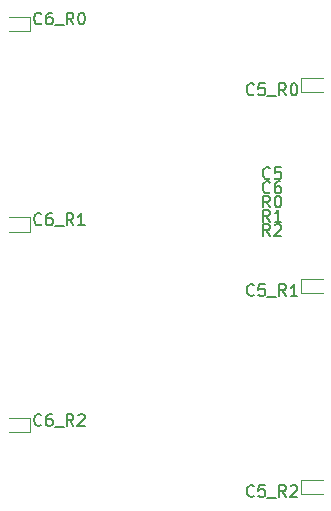
<source format=gbr>
%TF.GenerationSoftware,KiCad,Pcbnew,7.0.6-0*%
%TF.CreationDate,2023-08-01T13:24:21+08:00*%
%TF.ProjectId,thumb,7468756d-622e-46b6-9963-61645f706362,v1.0.0*%
%TF.SameCoordinates,Original*%
%TF.FileFunction,Legend,Bot*%
%TF.FilePolarity,Positive*%
%FSLAX46Y46*%
G04 Gerber Fmt 4.6, Leading zero omitted, Abs format (unit mm)*
G04 Created by KiCad (PCBNEW 7.0.6-0) date 2023-08-01 13:24:21*
%MOMM*%
%LPD*%
G01*
G04 APERTURE LIST*
%ADD10C,0.150000*%
%ADD11C,0.120000*%
G04 APERTURE END LIST*
D10*
X17833333Y18645180D02*
X17500000Y19121371D01*
X17261905Y18645180D02*
X17261905Y19645180D01*
X17261905Y19645180D02*
X17642857Y19645180D01*
X17642857Y19645180D02*
X17738095Y19597561D01*
X17738095Y19597561D02*
X17785714Y19549942D01*
X17785714Y19549942D02*
X17833333Y19454704D01*
X17833333Y19454704D02*
X17833333Y19311847D01*
X17833333Y19311847D02*
X17785714Y19216609D01*
X17785714Y19216609D02*
X17738095Y19168990D01*
X17738095Y19168990D02*
X17642857Y19121371D01*
X17642857Y19121371D02*
X17261905Y19121371D01*
X18214286Y19549942D02*
X18261905Y19597561D01*
X18261905Y19597561D02*
X18357143Y19645180D01*
X18357143Y19645180D02*
X18595238Y19645180D01*
X18595238Y19645180D02*
X18690476Y19597561D01*
X18690476Y19597561D02*
X18738095Y19549942D01*
X18738095Y19549942D02*
X18785714Y19454704D01*
X18785714Y19454704D02*
X18785714Y19359466D01*
X18785714Y19359466D02*
X18738095Y19216609D01*
X18738095Y19216609D02*
X18166667Y18645180D01*
X18166667Y18645180D02*
X18785714Y18645180D01*
X17833333Y19845180D02*
X17500000Y20321371D01*
X17261905Y19845180D02*
X17261905Y20845180D01*
X17261905Y20845180D02*
X17642857Y20845180D01*
X17642857Y20845180D02*
X17738095Y20797561D01*
X17738095Y20797561D02*
X17785714Y20749942D01*
X17785714Y20749942D02*
X17833333Y20654704D01*
X17833333Y20654704D02*
X17833333Y20511847D01*
X17833333Y20511847D02*
X17785714Y20416609D01*
X17785714Y20416609D02*
X17738095Y20368990D01*
X17738095Y20368990D02*
X17642857Y20321371D01*
X17642857Y20321371D02*
X17261905Y20321371D01*
X18785714Y19845180D02*
X18214286Y19845180D01*
X18500000Y19845180D02*
X18500000Y20845180D01*
X18500000Y20845180D02*
X18404762Y20702323D01*
X18404762Y20702323D02*
X18309524Y20607085D01*
X18309524Y20607085D02*
X18214286Y20559466D01*
X17833333Y21045180D02*
X17500000Y21521371D01*
X17261905Y21045180D02*
X17261905Y22045180D01*
X17261905Y22045180D02*
X17642857Y22045180D01*
X17642857Y22045180D02*
X17738095Y21997561D01*
X17738095Y21997561D02*
X17785714Y21949942D01*
X17785714Y21949942D02*
X17833333Y21854704D01*
X17833333Y21854704D02*
X17833333Y21711847D01*
X17833333Y21711847D02*
X17785714Y21616609D01*
X17785714Y21616609D02*
X17738095Y21568990D01*
X17738095Y21568990D02*
X17642857Y21521371D01*
X17642857Y21521371D02*
X17261905Y21521371D01*
X18452381Y22045180D02*
X18547619Y22045180D01*
X18547619Y22045180D02*
X18642857Y21997561D01*
X18642857Y21997561D02*
X18690476Y21949942D01*
X18690476Y21949942D02*
X18738095Y21854704D01*
X18738095Y21854704D02*
X18785714Y21664228D01*
X18785714Y21664228D02*
X18785714Y21426133D01*
X18785714Y21426133D02*
X18738095Y21235657D01*
X18738095Y21235657D02*
X18690476Y21140419D01*
X18690476Y21140419D02*
X18642857Y21092800D01*
X18642857Y21092800D02*
X18547619Y21045180D01*
X18547619Y21045180D02*
X18452381Y21045180D01*
X18452381Y21045180D02*
X18357143Y21092800D01*
X18357143Y21092800D02*
X18309524Y21140419D01*
X18309524Y21140419D02*
X18261905Y21235657D01*
X18261905Y21235657D02*
X18214286Y21426133D01*
X18214286Y21426133D02*
X18214286Y21664228D01*
X18214286Y21664228D02*
X18261905Y21854704D01*
X18261905Y21854704D02*
X18309524Y21949942D01*
X18309524Y21949942D02*
X18357143Y21997561D01*
X18357143Y21997561D02*
X18452381Y22045180D01*
X17833333Y22340419D02*
X17785714Y22292800D01*
X17785714Y22292800D02*
X17642857Y22245180D01*
X17642857Y22245180D02*
X17547619Y22245180D01*
X17547619Y22245180D02*
X17404762Y22292800D01*
X17404762Y22292800D02*
X17309524Y22388038D01*
X17309524Y22388038D02*
X17261905Y22483276D01*
X17261905Y22483276D02*
X17214286Y22673752D01*
X17214286Y22673752D02*
X17214286Y22816609D01*
X17214286Y22816609D02*
X17261905Y23007085D01*
X17261905Y23007085D02*
X17309524Y23102323D01*
X17309524Y23102323D02*
X17404762Y23197561D01*
X17404762Y23197561D02*
X17547619Y23245180D01*
X17547619Y23245180D02*
X17642857Y23245180D01*
X17642857Y23245180D02*
X17785714Y23197561D01*
X17785714Y23197561D02*
X17833333Y23149942D01*
X18690476Y23245180D02*
X18500000Y23245180D01*
X18500000Y23245180D02*
X18404762Y23197561D01*
X18404762Y23197561D02*
X18357143Y23149942D01*
X18357143Y23149942D02*
X18261905Y23007085D01*
X18261905Y23007085D02*
X18214286Y22816609D01*
X18214286Y22816609D02*
X18214286Y22435657D01*
X18214286Y22435657D02*
X18261905Y22340419D01*
X18261905Y22340419D02*
X18309524Y22292800D01*
X18309524Y22292800D02*
X18404762Y22245180D01*
X18404762Y22245180D02*
X18595238Y22245180D01*
X18595238Y22245180D02*
X18690476Y22292800D01*
X18690476Y22292800D02*
X18738095Y22340419D01*
X18738095Y22340419D02*
X18785714Y22435657D01*
X18785714Y22435657D02*
X18785714Y22673752D01*
X18785714Y22673752D02*
X18738095Y22768990D01*
X18738095Y22768990D02*
X18690476Y22816609D01*
X18690476Y22816609D02*
X18595238Y22864228D01*
X18595238Y22864228D02*
X18404762Y22864228D01*
X18404762Y22864228D02*
X18309524Y22816609D01*
X18309524Y22816609D02*
X18261905Y22768990D01*
X18261905Y22768990D02*
X18214286Y22673752D01*
X17833333Y23540419D02*
X17785714Y23492800D01*
X17785714Y23492800D02*
X17642857Y23445180D01*
X17642857Y23445180D02*
X17547619Y23445180D01*
X17547619Y23445180D02*
X17404762Y23492800D01*
X17404762Y23492800D02*
X17309524Y23588038D01*
X17309524Y23588038D02*
X17261905Y23683276D01*
X17261905Y23683276D02*
X17214286Y23873752D01*
X17214286Y23873752D02*
X17214286Y24016609D01*
X17214286Y24016609D02*
X17261905Y24207085D01*
X17261905Y24207085D02*
X17309524Y24302323D01*
X17309524Y24302323D02*
X17404762Y24397561D01*
X17404762Y24397561D02*
X17547619Y24445180D01*
X17547619Y24445180D02*
X17642857Y24445180D01*
X17642857Y24445180D02*
X17785714Y24397561D01*
X17785714Y24397561D02*
X17833333Y24349942D01*
X18738095Y24445180D02*
X18261905Y24445180D01*
X18261905Y24445180D02*
X18214286Y23968990D01*
X18214286Y23968990D02*
X18261905Y24016609D01*
X18261905Y24016609D02*
X18357143Y24064228D01*
X18357143Y24064228D02*
X18595238Y24064228D01*
X18595238Y24064228D02*
X18690476Y24016609D01*
X18690476Y24016609D02*
X18738095Y23968990D01*
X18738095Y23968990D02*
X18785714Y23873752D01*
X18785714Y23873752D02*
X18785714Y23635657D01*
X18785714Y23635657D02*
X18738095Y23540419D01*
X18738095Y23540419D02*
X18690476Y23492800D01*
X18690476Y23492800D02*
X18595238Y23445180D01*
X18595238Y23445180D02*
X18357143Y23445180D01*
X18357143Y23445180D02*
X18261905Y23492800D01*
X18261905Y23492800D02*
X18214286Y23540419D01*
X16476190Y30640419D02*
X16428571Y30592800D01*
X16428571Y30592800D02*
X16285714Y30545180D01*
X16285714Y30545180D02*
X16190476Y30545180D01*
X16190476Y30545180D02*
X16047619Y30592800D01*
X16047619Y30592800D02*
X15952381Y30688038D01*
X15952381Y30688038D02*
X15904762Y30783276D01*
X15904762Y30783276D02*
X15857143Y30973752D01*
X15857143Y30973752D02*
X15857143Y31116609D01*
X15857143Y31116609D02*
X15904762Y31307085D01*
X15904762Y31307085D02*
X15952381Y31402323D01*
X15952381Y31402323D02*
X16047619Y31497561D01*
X16047619Y31497561D02*
X16190476Y31545180D01*
X16190476Y31545180D02*
X16285714Y31545180D01*
X16285714Y31545180D02*
X16428571Y31497561D01*
X16428571Y31497561D02*
X16476190Y31449942D01*
X17380952Y31545180D02*
X16904762Y31545180D01*
X16904762Y31545180D02*
X16857143Y31068990D01*
X16857143Y31068990D02*
X16904762Y31116609D01*
X16904762Y31116609D02*
X17000000Y31164228D01*
X17000000Y31164228D02*
X17238095Y31164228D01*
X17238095Y31164228D02*
X17333333Y31116609D01*
X17333333Y31116609D02*
X17380952Y31068990D01*
X17380952Y31068990D02*
X17428571Y30973752D01*
X17428571Y30973752D02*
X17428571Y30735657D01*
X17428571Y30735657D02*
X17380952Y30640419D01*
X17380952Y30640419D02*
X17333333Y30592800D01*
X17333333Y30592800D02*
X17238095Y30545180D01*
X17238095Y30545180D02*
X17000000Y30545180D01*
X17000000Y30545180D02*
X16904762Y30592800D01*
X16904762Y30592800D02*
X16857143Y30640419D01*
X17619048Y30449942D02*
X18380952Y30449942D01*
X19190476Y30545180D02*
X18857143Y31021371D01*
X18619048Y30545180D02*
X18619048Y31545180D01*
X18619048Y31545180D02*
X19000000Y31545180D01*
X19000000Y31545180D02*
X19095238Y31497561D01*
X19095238Y31497561D02*
X19142857Y31449942D01*
X19142857Y31449942D02*
X19190476Y31354704D01*
X19190476Y31354704D02*
X19190476Y31211847D01*
X19190476Y31211847D02*
X19142857Y31116609D01*
X19142857Y31116609D02*
X19095238Y31068990D01*
X19095238Y31068990D02*
X19000000Y31021371D01*
X19000000Y31021371D02*
X18619048Y31021371D01*
X19809524Y31545180D02*
X19904762Y31545180D01*
X19904762Y31545180D02*
X20000000Y31497561D01*
X20000000Y31497561D02*
X20047619Y31449942D01*
X20047619Y31449942D02*
X20095238Y31354704D01*
X20095238Y31354704D02*
X20142857Y31164228D01*
X20142857Y31164228D02*
X20142857Y30926133D01*
X20142857Y30926133D02*
X20095238Y30735657D01*
X20095238Y30735657D02*
X20047619Y30640419D01*
X20047619Y30640419D02*
X20000000Y30592800D01*
X20000000Y30592800D02*
X19904762Y30545180D01*
X19904762Y30545180D02*
X19809524Y30545180D01*
X19809524Y30545180D02*
X19714286Y30592800D01*
X19714286Y30592800D02*
X19666667Y30640419D01*
X19666667Y30640419D02*
X19619048Y30735657D01*
X19619048Y30735657D02*
X19571429Y30926133D01*
X19571429Y30926133D02*
X19571429Y31164228D01*
X19571429Y31164228D02*
X19619048Y31354704D01*
X19619048Y31354704D02*
X19666667Y31449942D01*
X19666667Y31449942D02*
X19714286Y31497561D01*
X19714286Y31497561D02*
X19809524Y31545180D01*
X16476190Y13640419D02*
X16428571Y13592800D01*
X16428571Y13592800D02*
X16285714Y13545180D01*
X16285714Y13545180D02*
X16190476Y13545180D01*
X16190476Y13545180D02*
X16047619Y13592800D01*
X16047619Y13592800D02*
X15952381Y13688038D01*
X15952381Y13688038D02*
X15904762Y13783276D01*
X15904762Y13783276D02*
X15857143Y13973752D01*
X15857143Y13973752D02*
X15857143Y14116609D01*
X15857143Y14116609D02*
X15904762Y14307085D01*
X15904762Y14307085D02*
X15952381Y14402323D01*
X15952381Y14402323D02*
X16047619Y14497561D01*
X16047619Y14497561D02*
X16190476Y14545180D01*
X16190476Y14545180D02*
X16285714Y14545180D01*
X16285714Y14545180D02*
X16428571Y14497561D01*
X16428571Y14497561D02*
X16476190Y14449942D01*
X17380952Y14545180D02*
X16904762Y14545180D01*
X16904762Y14545180D02*
X16857143Y14068990D01*
X16857143Y14068990D02*
X16904762Y14116609D01*
X16904762Y14116609D02*
X17000000Y14164228D01*
X17000000Y14164228D02*
X17238095Y14164228D01*
X17238095Y14164228D02*
X17333333Y14116609D01*
X17333333Y14116609D02*
X17380952Y14068990D01*
X17380952Y14068990D02*
X17428571Y13973752D01*
X17428571Y13973752D02*
X17428571Y13735657D01*
X17428571Y13735657D02*
X17380952Y13640419D01*
X17380952Y13640419D02*
X17333333Y13592800D01*
X17333333Y13592800D02*
X17238095Y13545180D01*
X17238095Y13545180D02*
X17000000Y13545180D01*
X17000000Y13545180D02*
X16904762Y13592800D01*
X16904762Y13592800D02*
X16857143Y13640419D01*
X17619048Y13449942D02*
X18380952Y13449942D01*
X19190476Y13545180D02*
X18857143Y14021371D01*
X18619048Y13545180D02*
X18619048Y14545180D01*
X18619048Y14545180D02*
X19000000Y14545180D01*
X19000000Y14545180D02*
X19095238Y14497561D01*
X19095238Y14497561D02*
X19142857Y14449942D01*
X19142857Y14449942D02*
X19190476Y14354704D01*
X19190476Y14354704D02*
X19190476Y14211847D01*
X19190476Y14211847D02*
X19142857Y14116609D01*
X19142857Y14116609D02*
X19095238Y14068990D01*
X19095238Y14068990D02*
X19000000Y14021371D01*
X19000000Y14021371D02*
X18619048Y14021371D01*
X20142857Y13545180D02*
X19571429Y13545180D01*
X19857143Y13545180D02*
X19857143Y14545180D01*
X19857143Y14545180D02*
X19761905Y14402323D01*
X19761905Y14402323D02*
X19666667Y14307085D01*
X19666667Y14307085D02*
X19571429Y14259466D01*
X16476190Y-3359580D02*
X16428571Y-3407200D01*
X16428571Y-3407200D02*
X16285714Y-3454819D01*
X16285714Y-3454819D02*
X16190476Y-3454819D01*
X16190476Y-3454819D02*
X16047619Y-3407200D01*
X16047619Y-3407200D02*
X15952381Y-3311961D01*
X15952381Y-3311961D02*
X15904762Y-3216723D01*
X15904762Y-3216723D02*
X15857143Y-3026247D01*
X15857143Y-3026247D02*
X15857143Y-2883390D01*
X15857143Y-2883390D02*
X15904762Y-2692914D01*
X15904762Y-2692914D02*
X15952381Y-2597676D01*
X15952381Y-2597676D02*
X16047619Y-2502438D01*
X16047619Y-2502438D02*
X16190476Y-2454819D01*
X16190476Y-2454819D02*
X16285714Y-2454819D01*
X16285714Y-2454819D02*
X16428571Y-2502438D01*
X16428571Y-2502438D02*
X16476190Y-2550057D01*
X17380952Y-2454819D02*
X16904762Y-2454819D01*
X16904762Y-2454819D02*
X16857143Y-2931009D01*
X16857143Y-2931009D02*
X16904762Y-2883390D01*
X16904762Y-2883390D02*
X17000000Y-2835771D01*
X17000000Y-2835771D02*
X17238095Y-2835771D01*
X17238095Y-2835771D02*
X17333333Y-2883390D01*
X17333333Y-2883390D02*
X17380952Y-2931009D01*
X17380952Y-2931009D02*
X17428571Y-3026247D01*
X17428571Y-3026247D02*
X17428571Y-3264342D01*
X17428571Y-3264342D02*
X17380952Y-3359580D01*
X17380952Y-3359580D02*
X17333333Y-3407200D01*
X17333333Y-3407200D02*
X17238095Y-3454819D01*
X17238095Y-3454819D02*
X17000000Y-3454819D01*
X17000000Y-3454819D02*
X16904762Y-3407200D01*
X16904762Y-3407200D02*
X16857143Y-3359580D01*
X17619048Y-3550057D02*
X18380952Y-3550057D01*
X19190476Y-3454819D02*
X18857143Y-2978628D01*
X18619048Y-3454819D02*
X18619048Y-2454819D01*
X18619048Y-2454819D02*
X19000000Y-2454819D01*
X19000000Y-2454819D02*
X19095238Y-2502438D01*
X19095238Y-2502438D02*
X19142857Y-2550057D01*
X19142857Y-2550057D02*
X19190476Y-2645295D01*
X19190476Y-2645295D02*
X19190476Y-2788152D01*
X19190476Y-2788152D02*
X19142857Y-2883390D01*
X19142857Y-2883390D02*
X19095238Y-2931009D01*
X19095238Y-2931009D02*
X19000000Y-2978628D01*
X19000000Y-2978628D02*
X18619048Y-2978628D01*
X19571429Y-2550057D02*
X19619048Y-2502438D01*
X19619048Y-2502438D02*
X19714286Y-2454819D01*
X19714286Y-2454819D02*
X19952381Y-2454819D01*
X19952381Y-2454819D02*
X20047619Y-2502438D01*
X20047619Y-2502438D02*
X20095238Y-2550057D01*
X20095238Y-2550057D02*
X20142857Y-2645295D01*
X20142857Y-2645295D02*
X20142857Y-2740533D01*
X20142857Y-2740533D02*
X20095238Y-2883390D01*
X20095238Y-2883390D02*
X19523810Y-3454819D01*
X19523810Y-3454819D02*
X20142857Y-3454819D01*
X-1523809Y36640419D02*
X-1571428Y36592800D01*
X-1571428Y36592800D02*
X-1714285Y36545180D01*
X-1714285Y36545180D02*
X-1809523Y36545180D01*
X-1809523Y36545180D02*
X-1952380Y36592800D01*
X-1952380Y36592800D02*
X-2047618Y36688038D01*
X-2047618Y36688038D02*
X-2095237Y36783276D01*
X-2095237Y36783276D02*
X-2142856Y36973752D01*
X-2142856Y36973752D02*
X-2142856Y37116609D01*
X-2142856Y37116609D02*
X-2095237Y37307085D01*
X-2095237Y37307085D02*
X-2047618Y37402323D01*
X-2047618Y37402323D02*
X-1952380Y37497561D01*
X-1952380Y37497561D02*
X-1809523Y37545180D01*
X-1809523Y37545180D02*
X-1714285Y37545180D01*
X-1714285Y37545180D02*
X-1571428Y37497561D01*
X-1571428Y37497561D02*
X-1523809Y37449942D01*
X-666666Y37545180D02*
X-857142Y37545180D01*
X-857142Y37545180D02*
X-952380Y37497561D01*
X-952380Y37497561D02*
X-999999Y37449942D01*
X-999999Y37449942D02*
X-1095237Y37307085D01*
X-1095237Y37307085D02*
X-1142856Y37116609D01*
X-1142856Y37116609D02*
X-1142856Y36735657D01*
X-1142856Y36735657D02*
X-1095237Y36640419D01*
X-1095237Y36640419D02*
X-1047618Y36592800D01*
X-1047618Y36592800D02*
X-952380Y36545180D01*
X-952380Y36545180D02*
X-761904Y36545180D01*
X-761904Y36545180D02*
X-666666Y36592800D01*
X-666666Y36592800D02*
X-619047Y36640419D01*
X-619047Y36640419D02*
X-571428Y36735657D01*
X-571428Y36735657D02*
X-571428Y36973752D01*
X-571428Y36973752D02*
X-619047Y37068990D01*
X-619047Y37068990D02*
X-666666Y37116609D01*
X-666666Y37116609D02*
X-761904Y37164228D01*
X-761904Y37164228D02*
X-952380Y37164228D01*
X-952380Y37164228D02*
X-1047618Y37116609D01*
X-1047618Y37116609D02*
X-1095237Y37068990D01*
X-1095237Y37068990D02*
X-1142856Y36973752D01*
X-380952Y36449942D02*
X380952Y36449942D01*
X1190476Y36545180D02*
X857143Y37021371D01*
X619048Y36545180D02*
X619048Y37545180D01*
X619048Y37545180D02*
X1000000Y37545180D01*
X1000000Y37545180D02*
X1095238Y37497561D01*
X1095238Y37497561D02*
X1142857Y37449942D01*
X1142857Y37449942D02*
X1190476Y37354704D01*
X1190476Y37354704D02*
X1190476Y37211847D01*
X1190476Y37211847D02*
X1142857Y37116609D01*
X1142857Y37116609D02*
X1095238Y37068990D01*
X1095238Y37068990D02*
X1000000Y37021371D01*
X1000000Y37021371D02*
X619048Y37021371D01*
X1809524Y37545180D02*
X1904762Y37545180D01*
X1904762Y37545180D02*
X2000000Y37497561D01*
X2000000Y37497561D02*
X2047619Y37449942D01*
X2047619Y37449942D02*
X2095238Y37354704D01*
X2095238Y37354704D02*
X2142857Y37164228D01*
X2142857Y37164228D02*
X2142857Y36926133D01*
X2142857Y36926133D02*
X2095238Y36735657D01*
X2095238Y36735657D02*
X2047619Y36640419D01*
X2047619Y36640419D02*
X2000000Y36592800D01*
X2000000Y36592800D02*
X1904762Y36545180D01*
X1904762Y36545180D02*
X1809524Y36545180D01*
X1809524Y36545180D02*
X1714286Y36592800D01*
X1714286Y36592800D02*
X1666667Y36640419D01*
X1666667Y36640419D02*
X1619048Y36735657D01*
X1619048Y36735657D02*
X1571429Y36926133D01*
X1571429Y36926133D02*
X1571429Y37164228D01*
X1571429Y37164228D02*
X1619048Y37354704D01*
X1619048Y37354704D02*
X1666667Y37449942D01*
X1666667Y37449942D02*
X1714286Y37497561D01*
X1714286Y37497561D02*
X1809524Y37545180D01*
X-1523809Y19640419D02*
X-1571428Y19592800D01*
X-1571428Y19592800D02*
X-1714285Y19545180D01*
X-1714285Y19545180D02*
X-1809523Y19545180D01*
X-1809523Y19545180D02*
X-1952380Y19592800D01*
X-1952380Y19592800D02*
X-2047618Y19688038D01*
X-2047618Y19688038D02*
X-2095237Y19783276D01*
X-2095237Y19783276D02*
X-2142856Y19973752D01*
X-2142856Y19973752D02*
X-2142856Y20116609D01*
X-2142856Y20116609D02*
X-2095237Y20307085D01*
X-2095237Y20307085D02*
X-2047618Y20402323D01*
X-2047618Y20402323D02*
X-1952380Y20497561D01*
X-1952380Y20497561D02*
X-1809523Y20545180D01*
X-1809523Y20545180D02*
X-1714285Y20545180D01*
X-1714285Y20545180D02*
X-1571428Y20497561D01*
X-1571428Y20497561D02*
X-1523809Y20449942D01*
X-666666Y20545180D02*
X-857142Y20545180D01*
X-857142Y20545180D02*
X-952380Y20497561D01*
X-952380Y20497561D02*
X-999999Y20449942D01*
X-999999Y20449942D02*
X-1095237Y20307085D01*
X-1095237Y20307085D02*
X-1142856Y20116609D01*
X-1142856Y20116609D02*
X-1142856Y19735657D01*
X-1142856Y19735657D02*
X-1095237Y19640419D01*
X-1095237Y19640419D02*
X-1047618Y19592800D01*
X-1047618Y19592800D02*
X-952380Y19545180D01*
X-952380Y19545180D02*
X-761904Y19545180D01*
X-761904Y19545180D02*
X-666666Y19592800D01*
X-666666Y19592800D02*
X-619047Y19640419D01*
X-619047Y19640419D02*
X-571428Y19735657D01*
X-571428Y19735657D02*
X-571428Y19973752D01*
X-571428Y19973752D02*
X-619047Y20068990D01*
X-619047Y20068990D02*
X-666666Y20116609D01*
X-666666Y20116609D02*
X-761904Y20164228D01*
X-761904Y20164228D02*
X-952380Y20164228D01*
X-952380Y20164228D02*
X-1047618Y20116609D01*
X-1047618Y20116609D02*
X-1095237Y20068990D01*
X-1095237Y20068990D02*
X-1142856Y19973752D01*
X-380952Y19449942D02*
X380952Y19449942D01*
X1190476Y19545180D02*
X857143Y20021371D01*
X619048Y19545180D02*
X619048Y20545180D01*
X619048Y20545180D02*
X1000000Y20545180D01*
X1000000Y20545180D02*
X1095238Y20497561D01*
X1095238Y20497561D02*
X1142857Y20449942D01*
X1142857Y20449942D02*
X1190476Y20354704D01*
X1190476Y20354704D02*
X1190476Y20211847D01*
X1190476Y20211847D02*
X1142857Y20116609D01*
X1142857Y20116609D02*
X1095238Y20068990D01*
X1095238Y20068990D02*
X1000000Y20021371D01*
X1000000Y20021371D02*
X619048Y20021371D01*
X2142857Y19545180D02*
X1571429Y19545180D01*
X1857143Y19545180D02*
X1857143Y20545180D01*
X1857143Y20545180D02*
X1761905Y20402323D01*
X1761905Y20402323D02*
X1666667Y20307085D01*
X1666667Y20307085D02*
X1571429Y20259466D01*
X-1523809Y2640419D02*
X-1571428Y2592800D01*
X-1571428Y2592800D02*
X-1714285Y2545180D01*
X-1714285Y2545180D02*
X-1809523Y2545180D01*
X-1809523Y2545180D02*
X-1952380Y2592800D01*
X-1952380Y2592800D02*
X-2047618Y2688038D01*
X-2047618Y2688038D02*
X-2095237Y2783276D01*
X-2095237Y2783276D02*
X-2142856Y2973752D01*
X-2142856Y2973752D02*
X-2142856Y3116609D01*
X-2142856Y3116609D02*
X-2095237Y3307085D01*
X-2095237Y3307085D02*
X-2047618Y3402323D01*
X-2047618Y3402323D02*
X-1952380Y3497561D01*
X-1952380Y3497561D02*
X-1809523Y3545180D01*
X-1809523Y3545180D02*
X-1714285Y3545180D01*
X-1714285Y3545180D02*
X-1571428Y3497561D01*
X-1571428Y3497561D02*
X-1523809Y3449942D01*
X-666666Y3545180D02*
X-857142Y3545180D01*
X-857142Y3545180D02*
X-952380Y3497561D01*
X-952380Y3497561D02*
X-999999Y3449942D01*
X-999999Y3449942D02*
X-1095237Y3307085D01*
X-1095237Y3307085D02*
X-1142856Y3116609D01*
X-1142856Y3116609D02*
X-1142856Y2735657D01*
X-1142856Y2735657D02*
X-1095237Y2640419D01*
X-1095237Y2640419D02*
X-1047618Y2592800D01*
X-1047618Y2592800D02*
X-952380Y2545180D01*
X-952380Y2545180D02*
X-761904Y2545180D01*
X-761904Y2545180D02*
X-666666Y2592800D01*
X-666666Y2592800D02*
X-619047Y2640419D01*
X-619047Y2640419D02*
X-571428Y2735657D01*
X-571428Y2735657D02*
X-571428Y2973752D01*
X-571428Y2973752D02*
X-619047Y3068990D01*
X-619047Y3068990D02*
X-666666Y3116609D01*
X-666666Y3116609D02*
X-761904Y3164228D01*
X-761904Y3164228D02*
X-952380Y3164228D01*
X-952380Y3164228D02*
X-1047618Y3116609D01*
X-1047618Y3116609D02*
X-1095237Y3068990D01*
X-1095237Y3068990D02*
X-1142856Y2973752D01*
X-380952Y2449942D02*
X380952Y2449942D01*
X1190476Y2545180D02*
X857143Y3021371D01*
X619048Y2545180D02*
X619048Y3545180D01*
X619048Y3545180D02*
X1000000Y3545180D01*
X1000000Y3545180D02*
X1095238Y3497561D01*
X1095238Y3497561D02*
X1142857Y3449942D01*
X1142857Y3449942D02*
X1190476Y3354704D01*
X1190476Y3354704D02*
X1190476Y3211847D01*
X1190476Y3211847D02*
X1142857Y3116609D01*
X1142857Y3116609D02*
X1095238Y3068990D01*
X1095238Y3068990D02*
X1000000Y3021371D01*
X1000000Y3021371D02*
X619048Y3021371D01*
X1571429Y3449942D02*
X1619048Y3497561D01*
X1619048Y3497561D02*
X1714286Y3545180D01*
X1714286Y3545180D02*
X1952381Y3545180D01*
X1952381Y3545180D02*
X2047619Y3497561D01*
X2047619Y3497561D02*
X2095238Y3449942D01*
X2095238Y3449942D02*
X2142857Y3354704D01*
X2142857Y3354704D02*
X2142857Y3259466D01*
X2142857Y3259466D02*
X2095238Y3116609D01*
X2095238Y3116609D02*
X1523810Y2545180D01*
X1523810Y2545180D02*
X2142857Y2545180D01*
D11*
%TO.C,D1*%
X22300000Y30800000D02*
X20450000Y30800000D01*
X22300000Y32000000D02*
X20450000Y32000000D01*
X20450000Y32000000D02*
X20450000Y30800000D01*
%TO.C,D2*%
X22300000Y13800000D02*
X20450000Y13800000D01*
X22300000Y15000000D02*
X20450000Y15000000D01*
X20450000Y15000000D02*
X20450000Y13800000D01*
%TO.C,D3*%
X22300000Y-3200000D02*
X20450000Y-3200000D01*
X22300000Y-2000000D02*
X20450000Y-2000000D01*
X20450000Y-2000000D02*
X20450000Y-3200000D01*
%TO.C,D4*%
X-4300000Y37200000D02*
X-2450000Y37200000D01*
X-4300000Y36000000D02*
X-2450000Y36000000D01*
X-2450000Y36000000D02*
X-2450000Y37200000D01*
%TO.C,D5*%
X-4300000Y20200000D02*
X-2450000Y20200000D01*
X-4300000Y19000000D02*
X-2450000Y19000000D01*
X-2450000Y19000000D02*
X-2450000Y20200000D01*
%TO.C,D6*%
X-4300000Y3200000D02*
X-2450000Y3200000D01*
X-4300000Y2000000D02*
X-2450000Y2000000D01*
X-2450000Y2000000D02*
X-2450000Y3200000D01*
%TD*%
M02*

</source>
